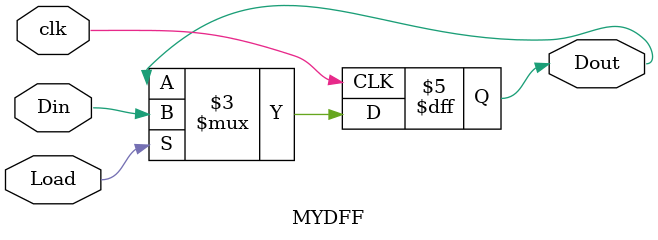
<source format=sv>
module Register (
    input logic [15:0] Din,
    input Load,
    input Reset,
    input clk,
    output logic [15:0] Dout
);
    always_ff @( posedge clk ) 
    begin
        if (Reset)
            Dout <= 16'b0;
        else
            if (Load) 
                Dout <= Din;
            else
                Dout <= Dout;
    end
        
endmodule

module Register12 (
    input logic [11:0] Din,
    input Load,
    input Reset,
    input clk,
    output logic [11:0] Dout
);
    always_ff @( posedge clk ) 
    begin
        if (Reset)
            Dout <= 12'b0;
        else
            if (Load) 
                Dout <= Din;
            else
                Dout <= Dout;
    end
        
endmodule

module Register3(
    input logic [2:0] Din,
    input Load,
    input Reset,
    input clk,
    output logic [2:0] Dout
);

    always_ff @( posedge clk ) 
    begin
        if (Reset)
            Dout <= 3'b0;
        else
            if (Load) 
                Dout <= Din;
            else
                Dout <= Dout;
    end

endmodule


module MYDFF(
    input logic Din, clk, Load,
    output logic Dout
);

    always_ff @( posedge clk )
        begin
            if (Load)
                Dout <= Din;
            else
                Dout <= Dout;
        end

endmodule

</source>
